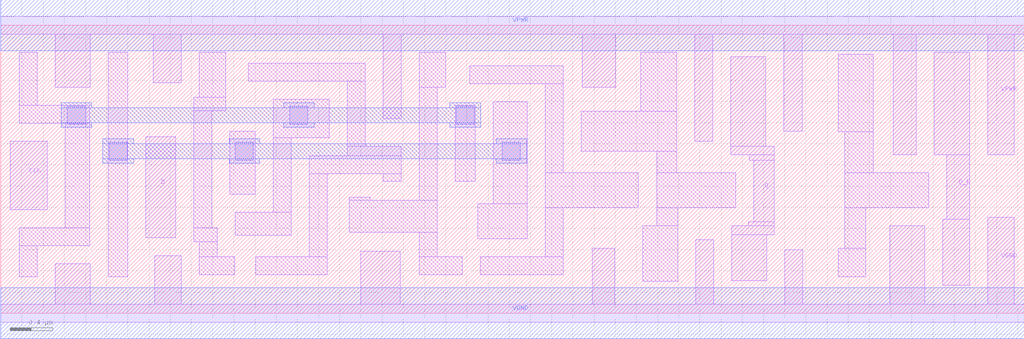
<source format=lef>
# Copyright 2020 The SkyWater PDK Authors
#
# Licensed under the Apache License, Version 2.0 (the "License");
# you may not use this file except in compliance with the License.
# You may obtain a copy of the License at
#
#     https://www.apache.org/licenses/LICENSE-2.0
#
# Unless required by applicable law or agreed to in writing, software
# distributed under the License is distributed on an "AS IS" BASIS,
# WITHOUT WARRANTIES OR CONDITIONS OF ANY KIND, either express or implied.
# See the License for the specific language governing permissions and
# limitations under the License.
#
# SPDX-License-Identifier: Apache-2.0

VERSION 5.5 ;
NAMESCASESENSITIVE ON ;
BUSBITCHARS "[]" ;
DIVIDERCHAR "/" ;
MACRO sky130_fd_sc_hd__dfxbp_2
  CLASS CORE ;
  SOURCE USER ;
  ORIGIN  0.000000  0.000000 ;
  SIZE  9.660000 BY  2.720000 ;
  SYMMETRY X Y R90 ;
  SITE unithd ;
  PIN D
    ANTENNAGATEAREA  0.126000 ;
    DIRECTION INPUT ;
    USE SIGNAL ;
    PORT
      LAYER li1 ;
        RECT 1.370000 0.715000 1.650000 1.665000 ;
    END
  END D
  PIN Q
    ANTENNADIFFAREA  0.445500 ;
    DIRECTION OUTPUT ;
    USE SIGNAL ;
    PORT
      LAYER li1 ;
        RECT 6.890000 1.495000 7.300000 1.575000 ;
        RECT 6.890000 1.575000 7.220000 2.420000 ;
        RECT 6.900000 0.305000 7.230000 0.740000 ;
        RECT 6.900000 0.740000 7.300000 0.825000 ;
        RECT 7.055000 0.825000 7.300000 0.865000 ;
        RECT 7.065000 1.445000 7.300000 1.495000 ;
        RECT 7.110000 0.865000 7.300000 1.445000 ;
    END
  END Q
  PIN Q_N
    ANTENNADIFFAREA  0.445500 ;
    DIRECTION OUTPUT ;
    USE SIGNAL ;
    PORT
      LAYER li1 ;
        RECT 8.810000 1.495000 9.145000 2.465000 ;
        RECT 8.890000 0.265000 9.145000 0.885000 ;
        RECT 8.930000 0.885000 9.145000 1.495000 ;
    END
  END Q_N
  PIN CLK
    ANTENNAGATEAREA  0.159000 ;
    DIRECTION INPUT ;
    USE CLOCK ;
    PORT
      LAYER li1 ;
        RECT 0.090000 0.975000 0.440000 1.625000 ;
    END
  END CLK
  PIN VGND
    DIRECTION INOUT ;
    SHAPE ABUTMENT ;
    USE GROUND ;
    PORT
      LAYER li1 ;
        RECT 0.000000 -0.085000 9.660000 0.085000 ;
        RECT 0.515000  0.085000 0.845000 0.465000 ;
        RECT 1.455000  0.085000 1.705000 0.545000 ;
        RECT 3.400000  0.085000 3.770000 0.585000 ;
        RECT 5.585000  0.085000 5.795000 0.615000 ;
        RECT 6.560000  0.085000 6.730000 0.695000 ;
        RECT 7.400000  0.085000 7.570000 0.600000 ;
        RECT 8.390000  0.085000 8.720000 0.825000 ;
        RECT 9.315000  0.085000 9.565000 0.905000 ;
    END
    PORT
      LAYER met1 ;
        RECT 0.000000 -0.240000 9.660000 0.240000 ;
    END
  END VGND
  PIN VPWR
    DIRECTION INOUT ;
    SHAPE ABUTMENT ;
    USE POWER ;
    PORT
      LAYER li1 ;
        RECT 0.000000 2.635000 9.660000 2.805000 ;
        RECT 0.515000 2.135000 0.845000 2.635000 ;
        RECT 1.440000 2.175000 1.705000 2.635000 ;
        RECT 3.610000 1.835000 3.780000 2.635000 ;
        RECT 5.490000 2.135000 5.805000 2.635000 ;
        RECT 6.550000 1.625000 6.720000 2.635000 ;
        RECT 7.390000 1.720000 7.565000 2.635000 ;
        RECT 8.425000 1.495000 8.640000 2.635000 ;
        RECT 9.315000 1.495000 9.565000 2.635000 ;
    END
    PORT
      LAYER met1 ;
        RECT 0.000000 2.480000 9.660000 2.960000 ;
    END
  END VPWR
  OBS
    LAYER li1 ;
      RECT 0.175000 0.345000 0.345000 0.635000 ;
      RECT 0.175000 0.635000 0.840000 0.805000 ;
      RECT 0.175000 1.795000 0.840000 1.965000 ;
      RECT 0.175000 1.965000 0.345000 2.465000 ;
      RECT 0.610000 0.805000 0.840000 1.795000 ;
      RECT 1.015000 0.345000 1.200000 2.465000 ;
      RECT 1.820000 0.675000 2.045000 0.805000 ;
      RECT 1.820000 0.805000 1.990000 1.910000 ;
      RECT 1.820000 1.910000 2.125000 2.040000 ;
      RECT 1.875000 0.365000 2.210000 0.535000 ;
      RECT 1.875000 0.535000 2.045000 0.675000 ;
      RECT 1.875000 2.040000 2.125000 2.465000 ;
      RECT 2.160000 1.125000 2.400000 1.720000 ;
      RECT 2.215000 0.735000 2.740000 0.955000 ;
      RECT 2.335000 2.190000 3.440000 2.360000 ;
      RECT 2.405000 0.365000 3.080000 0.535000 ;
      RECT 2.570000 0.955000 2.740000 1.655000 ;
      RECT 2.570000 1.655000 3.100000 2.020000 ;
      RECT 2.910000 0.535000 3.080000 1.315000 ;
      RECT 2.910000 1.315000 3.780000 1.485000 ;
      RECT 3.270000 1.485000 3.780000 1.575000 ;
      RECT 3.270000 1.575000 3.440000 2.190000 ;
      RECT 3.290000 0.765000 4.120000 1.065000 ;
      RECT 3.290000 1.065000 3.490000 1.095000 ;
      RECT 3.610000 1.245000 3.780000 1.315000 ;
      RECT 3.950000 0.365000 4.355000 0.535000 ;
      RECT 3.950000 0.535000 4.120000 0.765000 ;
      RECT 3.950000 1.065000 4.120000 2.135000 ;
      RECT 3.950000 2.135000 4.200000 2.465000 ;
      RECT 4.290000 1.245000 4.480000 1.965000 ;
      RECT 4.425000 2.165000 5.310000 2.335000 ;
      RECT 4.505000 0.705000 4.970000 1.035000 ;
      RECT 4.525000 0.365000 5.310000 0.535000 ;
      RECT 4.650000 1.035000 4.970000 1.995000 ;
      RECT 5.140000 0.535000 5.310000 0.995000 ;
      RECT 5.140000 0.995000 6.020000 1.325000 ;
      RECT 5.140000 1.325000 5.310000 2.165000 ;
      RECT 5.480000 1.530000 6.380000 1.905000 ;
      RECT 6.040000 1.905000 6.380000 2.465000 ;
      RECT 6.060000 0.300000 6.390000 0.825000 ;
      RECT 6.190000 0.825000 6.390000 0.995000 ;
      RECT 6.190000 0.995000 6.940000 1.325000 ;
      RECT 6.190000 1.325000 6.380000 1.530000 ;
      RECT 7.905000 0.345000 8.165000 0.615000 ;
      RECT 7.905000 1.715000 8.235000 2.445000 ;
      RECT 7.965000 0.615000 8.165000 0.995000 ;
      RECT 7.965000 0.995000 8.760000 1.325000 ;
      RECT 7.965000 1.325000 8.235000 1.715000 ;
    LAYER mcon ;
      RECT 0.630000 1.785000 0.800000 1.955000 ;
      RECT 1.025000 1.445000 1.195000 1.615000 ;
      RECT 2.215000 1.445000 2.385000 1.615000 ;
      RECT 2.730000 1.785000 2.900000 1.955000 ;
      RECT 4.300000 1.785000 4.470000 1.955000 ;
      RECT 4.735000 1.445000 4.905000 1.615000 ;
    LAYER met1 ;
      RECT 0.570000 1.755000 0.860000 1.800000 ;
      RECT 0.570000 1.800000 4.530000 1.940000 ;
      RECT 0.570000 1.940000 0.860000 1.985000 ;
      RECT 0.965000 1.415000 1.255000 1.460000 ;
      RECT 0.965000 1.460000 4.965000 1.600000 ;
      RECT 0.965000 1.600000 1.255000 1.645000 ;
      RECT 2.155000 1.415000 2.445000 1.460000 ;
      RECT 2.155000 1.600000 2.445000 1.645000 ;
      RECT 2.670000 1.755000 2.960000 1.800000 ;
      RECT 2.670000 1.940000 2.960000 1.985000 ;
      RECT 4.240000 1.755000 4.530000 1.800000 ;
      RECT 4.240000 1.940000 4.530000 1.985000 ;
      RECT 4.675000 1.415000 4.965000 1.460000 ;
      RECT 4.675000 1.600000 4.965000 1.645000 ;
  END
END sky130_fd_sc_hd__dfxbp_2
END LIBRARY

</source>
